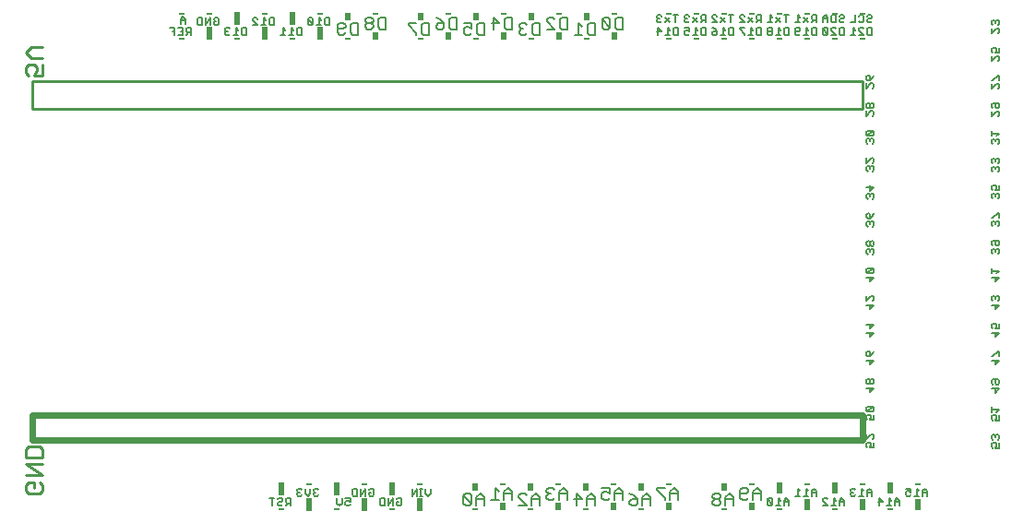
<source format=gbo>
G75*
G70*
%OFA0B0*%
%FSLAX24Y24*%
%IPPOS*%
%LPD*%
%AMOC8*
5,1,8,0,0,1.08239X$1,22.5*
%
%ADD10C,0.0100*%
%ADD11C,0.0220*%
%ADD12C,0.0240*%
%ADD13C,0.0110*%
%ADD14C,0.0070*%
%ADD15R,0.0200X0.0100*%
%ADD16R,0.0200X0.0300*%
%ADD17C,0.0050*%
%ADD18R,0.0200X0.0450*%
%ADD19R,0.0200X0.0400*%
D10*
X000702Y016554D02*
X000702Y017554D01*
X030702Y017554D01*
X030702Y016554D01*
X000702Y016554D01*
D11*
X000702Y005484D02*
X030702Y005484D01*
X030702Y004584D02*
X000702Y004584D01*
D12*
X000702Y004654D02*
X000702Y005454D01*
X030702Y005454D02*
X030702Y004654D01*
D13*
X000555Y002676D02*
X000457Y002774D01*
X000457Y002971D01*
X000555Y003069D01*
X000752Y003069D01*
X000752Y002873D01*
X000949Y003069D02*
X001047Y002971D01*
X001047Y002774D01*
X000949Y002676D01*
X000555Y002676D01*
X000457Y003320D02*
X001047Y003320D01*
X000457Y003714D01*
X001047Y003714D01*
X001047Y003965D02*
X000457Y003965D01*
X000457Y004260D01*
X000555Y004358D01*
X000949Y004358D01*
X001047Y004260D01*
X001047Y003965D01*
X001047Y017750D02*
X000752Y017750D01*
X000850Y017947D01*
X000850Y018045D01*
X000752Y018144D01*
X000555Y018144D01*
X000457Y018045D01*
X000457Y017849D01*
X000555Y017750D01*
X001047Y017750D02*
X001047Y018144D01*
X001047Y018395D02*
X000653Y018395D01*
X000457Y018592D01*
X000653Y018788D01*
X001047Y018788D01*
D14*
X011719Y019311D02*
X011719Y019598D01*
X011791Y019670D01*
X011935Y019670D01*
X012006Y019598D01*
X012006Y019526D01*
X011935Y019454D01*
X011719Y019454D01*
X011719Y019311D02*
X011791Y019239D01*
X011935Y019239D01*
X012006Y019311D01*
X012180Y019311D02*
X012180Y019598D01*
X012251Y019670D01*
X012467Y019670D01*
X012467Y019239D01*
X012251Y019239D01*
X012180Y019311D01*
X012719Y019511D02*
X012791Y019439D01*
X012935Y019439D01*
X013006Y019511D01*
X013006Y019583D01*
X012935Y019654D01*
X012791Y019654D01*
X012719Y019583D01*
X012719Y019511D01*
X012791Y019654D02*
X012719Y019726D01*
X012719Y019798D01*
X012791Y019870D01*
X012935Y019870D01*
X013006Y019798D01*
X013006Y019726D01*
X012935Y019654D01*
X013180Y019511D02*
X013180Y019798D01*
X013251Y019870D01*
X013467Y019870D01*
X013467Y019439D01*
X013251Y019439D01*
X013180Y019511D01*
X014279Y019588D02*
X014566Y019301D01*
X014566Y019229D01*
X014740Y019301D02*
X014740Y019588D01*
X014811Y019660D01*
X015027Y019660D01*
X015027Y019229D01*
X014811Y019229D01*
X014740Y019301D01*
X014566Y019660D02*
X014279Y019660D01*
X014279Y019588D01*
X015279Y019573D02*
X015351Y019644D01*
X015566Y019644D01*
X015566Y019501D01*
X015495Y019429D01*
X015351Y019429D01*
X015279Y019501D01*
X015279Y019573D01*
X015423Y019788D02*
X015566Y019644D01*
X015423Y019788D02*
X015279Y019860D01*
X015740Y019788D02*
X015740Y019501D01*
X015811Y019429D01*
X016027Y019429D01*
X016027Y019860D01*
X015811Y019860D01*
X015740Y019788D01*
X016279Y019660D02*
X016566Y019660D01*
X016566Y019444D01*
X016423Y019516D01*
X016351Y019516D01*
X016279Y019444D01*
X016279Y019301D01*
X016351Y019229D01*
X016495Y019229D01*
X016566Y019301D01*
X016740Y019301D02*
X016811Y019229D01*
X017027Y019229D01*
X017027Y019660D01*
X016811Y019660D01*
X016740Y019588D01*
X016740Y019301D01*
X017279Y019644D02*
X017566Y019644D01*
X017351Y019860D01*
X017351Y019429D01*
X017740Y019501D02*
X017740Y019788D01*
X017811Y019860D01*
X018027Y019860D01*
X018027Y019429D01*
X017811Y019429D01*
X017740Y019501D01*
X018279Y019516D02*
X018351Y019444D01*
X018279Y019373D01*
X018279Y019301D01*
X018351Y019229D01*
X018495Y019229D01*
X018566Y019301D01*
X018740Y019301D02*
X018740Y019588D01*
X018811Y019660D01*
X019027Y019660D01*
X019027Y019229D01*
X018811Y019229D01*
X018740Y019301D01*
X018566Y019588D02*
X018495Y019660D01*
X018351Y019660D01*
X018279Y019588D01*
X018279Y019516D01*
X018351Y019444D02*
X018423Y019444D01*
X019279Y019429D02*
X019566Y019429D01*
X019279Y019716D01*
X019279Y019788D01*
X019351Y019860D01*
X019495Y019860D01*
X019566Y019788D01*
X019740Y019788D02*
X019811Y019860D01*
X020027Y019860D01*
X020027Y019429D01*
X019811Y019429D01*
X019740Y019501D01*
X019740Y019788D01*
X020423Y019660D02*
X020423Y019229D01*
X020566Y019229D02*
X020279Y019229D01*
X020566Y019516D02*
X020423Y019660D01*
X020740Y019588D02*
X020740Y019301D01*
X020811Y019229D01*
X021027Y019229D01*
X021027Y019660D01*
X020811Y019660D01*
X020740Y019588D01*
X021279Y019501D02*
X021351Y019429D01*
X021495Y019429D01*
X021566Y019501D01*
X021279Y019788D01*
X021279Y019501D01*
X021279Y019788D02*
X021351Y019860D01*
X021495Y019860D01*
X021566Y019788D01*
X021566Y019501D01*
X021740Y019501D02*
X021740Y019788D01*
X021811Y019860D01*
X022027Y019860D01*
X022027Y019429D01*
X021811Y019429D01*
X021740Y019501D01*
X021873Y002860D02*
X021730Y002716D01*
X021730Y002429D01*
X021556Y002501D02*
X021485Y002429D01*
X021341Y002429D01*
X021269Y002501D01*
X021269Y002644D01*
X021341Y002716D01*
X021413Y002716D01*
X021556Y002644D01*
X021556Y002860D01*
X021269Y002860D01*
X021017Y002516D02*
X020873Y002660D01*
X020730Y002516D01*
X020730Y002229D01*
X020730Y002444D02*
X021017Y002444D01*
X021017Y002516D02*
X021017Y002229D01*
X020556Y002444D02*
X020269Y002444D01*
X020341Y002229D02*
X020341Y002660D01*
X020556Y002444D01*
X020017Y002429D02*
X020017Y002716D01*
X019873Y002860D01*
X019730Y002716D01*
X019730Y002429D01*
X019556Y002501D02*
X019485Y002429D01*
X019341Y002429D01*
X019269Y002501D01*
X019269Y002573D01*
X019341Y002644D01*
X019413Y002644D01*
X019341Y002644D02*
X019269Y002716D01*
X019269Y002788D01*
X019341Y002860D01*
X019485Y002860D01*
X019556Y002788D01*
X019730Y002644D02*
X020017Y002644D01*
X019017Y002516D02*
X019017Y002229D01*
X019017Y002444D02*
X018730Y002444D01*
X018730Y002516D02*
X018730Y002229D01*
X018556Y002229D02*
X018269Y002516D01*
X018269Y002588D01*
X018341Y002660D01*
X018485Y002660D01*
X018556Y002588D01*
X018730Y002516D02*
X018873Y002660D01*
X019017Y002516D01*
X018556Y002229D02*
X018269Y002229D01*
X018017Y002429D02*
X018017Y002716D01*
X017873Y002860D01*
X017730Y002716D01*
X017730Y002429D01*
X017556Y002429D02*
X017269Y002429D01*
X017413Y002429D02*
X017413Y002860D01*
X017556Y002716D01*
X017730Y002644D02*
X018017Y002644D01*
X017017Y002516D02*
X017017Y002229D01*
X017017Y002444D02*
X016730Y002444D01*
X016730Y002516D02*
X016730Y002229D01*
X016556Y002301D02*
X016269Y002588D01*
X016269Y002301D01*
X016341Y002229D01*
X016485Y002229D01*
X016556Y002301D01*
X016556Y002588D01*
X016485Y002660D01*
X016341Y002660D01*
X016269Y002588D01*
X016730Y002516D02*
X016873Y002660D01*
X017017Y002516D01*
X021730Y002644D02*
X022017Y002644D01*
X022017Y002716D02*
X022017Y002429D01*
X022269Y002373D02*
X022341Y002444D01*
X022556Y002444D01*
X022556Y002301D01*
X022485Y002229D01*
X022341Y002229D01*
X022269Y002301D01*
X022269Y002373D01*
X022413Y002588D02*
X022556Y002444D01*
X022730Y002444D02*
X023017Y002444D01*
X023017Y002516D02*
X022873Y002660D01*
X022730Y002516D01*
X022730Y002229D01*
X023017Y002229D02*
X023017Y002516D01*
X023269Y002788D02*
X023556Y002501D01*
X023556Y002429D01*
X023730Y002429D02*
X023730Y002716D01*
X023873Y002860D01*
X024017Y002716D01*
X024017Y002429D01*
X024017Y002644D02*
X023730Y002644D01*
X023556Y002860D02*
X023269Y002860D01*
X023269Y002788D01*
X022413Y002588D02*
X022269Y002660D01*
X022017Y002716D02*
X021873Y002860D01*
X025269Y002588D02*
X025269Y002516D01*
X025341Y002444D01*
X025485Y002444D01*
X025556Y002516D01*
X025556Y002588D01*
X025485Y002660D01*
X025341Y002660D01*
X025269Y002588D01*
X025341Y002444D02*
X025269Y002373D01*
X025269Y002301D01*
X025341Y002229D01*
X025485Y002229D01*
X025556Y002301D01*
X025556Y002373D01*
X025485Y002444D01*
X025730Y002444D02*
X026017Y002444D01*
X026017Y002516D02*
X025873Y002660D01*
X025730Y002516D01*
X025730Y002229D01*
X026017Y002229D02*
X026017Y002516D01*
X026269Y002501D02*
X026341Y002429D01*
X026485Y002429D01*
X026556Y002501D01*
X026485Y002644D02*
X026269Y002644D01*
X026269Y002501D02*
X026269Y002788D01*
X026341Y002860D01*
X026485Y002860D01*
X026556Y002788D01*
X026556Y002716D01*
X026485Y002644D01*
X026730Y002644D02*
X027017Y002644D01*
X027017Y002716D02*
X026873Y002860D01*
X026730Y002716D01*
X026730Y002429D01*
X027017Y002429D02*
X027017Y002716D01*
D15*
X026702Y002994D03*
X027702Y002094D03*
X028702Y002994D03*
X029702Y002094D03*
X030702Y002994D03*
X031702Y002094D03*
X032702Y002994D03*
X025702Y002094D03*
X023702Y002994D03*
X022702Y002094D03*
X021702Y002994D03*
X020702Y002094D03*
X019702Y002994D03*
X018702Y002094D03*
X017702Y002994D03*
X016702Y002094D03*
X014702Y002994D03*
X013702Y002094D03*
X012702Y002994D03*
X011702Y002094D03*
X010702Y002994D03*
X009702Y002094D03*
X010102Y019104D03*
X011102Y020004D03*
X012102Y019104D03*
X013102Y020004D03*
X014712Y019094D03*
X015712Y019994D03*
X016712Y019094D03*
X017712Y019994D03*
X018712Y019094D03*
X019712Y019994D03*
X020712Y019094D03*
X021712Y019994D03*
X023702Y020004D03*
X024702Y020004D03*
X025702Y020004D03*
X026702Y020004D03*
X027702Y020004D03*
X028702Y020004D03*
X029702Y020004D03*
X030702Y020004D03*
X030702Y019104D03*
X029702Y019104D03*
X028702Y019104D03*
X027702Y019104D03*
X026702Y019104D03*
X025702Y019104D03*
X024702Y019104D03*
X023702Y019104D03*
X009102Y020004D03*
X008102Y019104D03*
X007102Y020004D03*
X006102Y020004D03*
X006102Y019104D03*
D16*
X012102Y019904D03*
X013102Y019204D03*
X014712Y019894D03*
X015712Y019194D03*
X016712Y019894D03*
X017712Y019194D03*
X018712Y019894D03*
X019712Y019194D03*
X020712Y019894D03*
X021712Y019194D03*
X022702Y002894D03*
X023702Y002194D03*
X025702Y002894D03*
X026702Y002194D03*
X021702Y002194D03*
X020702Y002894D03*
X019702Y002194D03*
X018702Y002894D03*
X017702Y002194D03*
X016702Y002894D03*
D17*
X015077Y002840D02*
X015077Y002659D01*
X014987Y002569D01*
X014896Y002659D01*
X014896Y002840D01*
X014782Y002840D02*
X014692Y002840D01*
X014737Y002840D02*
X014737Y002569D01*
X014782Y002569D02*
X014692Y002569D01*
X014586Y002569D02*
X014586Y002840D01*
X014405Y002569D01*
X014405Y002840D01*
X014027Y002444D02*
X014027Y002264D01*
X013982Y002219D01*
X013891Y002219D01*
X013846Y002264D01*
X013846Y002354D01*
X013937Y002354D01*
X014027Y002444D02*
X013982Y002490D01*
X013891Y002490D01*
X013846Y002444D01*
X013732Y002490D02*
X013552Y002219D01*
X013552Y002490D01*
X013437Y002490D02*
X013302Y002490D01*
X013257Y002444D01*
X013257Y002264D01*
X013302Y002219D01*
X013437Y002219D01*
X013437Y002490D01*
X013732Y002490D02*
X013732Y002219D01*
X013027Y002614D02*
X013027Y002794D01*
X012982Y002840D01*
X012891Y002840D01*
X012846Y002794D01*
X012846Y002704D02*
X012937Y002704D01*
X012846Y002704D02*
X012846Y002614D01*
X012891Y002569D01*
X012982Y002569D01*
X013027Y002614D01*
X012732Y002569D02*
X012732Y002840D01*
X012552Y002569D01*
X012552Y002840D01*
X012437Y002840D02*
X012437Y002569D01*
X012302Y002569D01*
X012257Y002614D01*
X012257Y002794D01*
X012302Y002840D01*
X012437Y002840D01*
X012177Y002490D02*
X011996Y002490D01*
X012041Y002399D02*
X011996Y002354D01*
X011996Y002264D01*
X012041Y002219D01*
X012132Y002219D01*
X012177Y002264D01*
X012177Y002354D02*
X012087Y002399D01*
X012041Y002399D01*
X012177Y002354D02*
X012177Y002490D01*
X011882Y002490D02*
X011882Y002309D01*
X011792Y002219D01*
X011702Y002309D01*
X011702Y002490D01*
X011027Y002614D02*
X010982Y002569D01*
X010891Y002569D01*
X010846Y002614D01*
X010846Y002659D01*
X010891Y002704D01*
X010937Y002704D01*
X010891Y002704D02*
X010846Y002749D01*
X010846Y002794D01*
X010891Y002840D01*
X010982Y002840D01*
X011027Y002794D01*
X010732Y002840D02*
X010732Y002659D01*
X010642Y002569D01*
X010552Y002659D01*
X010552Y002840D01*
X010437Y002794D02*
X010392Y002840D01*
X010302Y002840D01*
X010257Y002794D01*
X010257Y002749D01*
X010302Y002704D01*
X010257Y002659D01*
X010257Y002614D01*
X010302Y002569D01*
X010392Y002569D01*
X010437Y002614D01*
X010347Y002704D02*
X010302Y002704D01*
X010027Y002490D02*
X009891Y002490D01*
X009846Y002444D01*
X009846Y002354D01*
X009891Y002309D01*
X010027Y002309D01*
X010027Y002219D02*
X010027Y002490D01*
X009937Y002309D02*
X009846Y002219D01*
X009732Y002264D02*
X009687Y002219D01*
X009597Y002219D01*
X009552Y002264D01*
X009552Y002309D01*
X009597Y002354D01*
X009687Y002354D01*
X009732Y002399D01*
X009732Y002444D01*
X009687Y002490D01*
X009597Y002490D01*
X009552Y002444D01*
X009437Y002490D02*
X009257Y002490D01*
X009347Y002490D02*
X009347Y002219D01*
X027257Y002264D02*
X027302Y002219D01*
X027392Y002219D01*
X027437Y002264D01*
X027257Y002444D01*
X027257Y002264D01*
X027437Y002264D02*
X027437Y002444D01*
X027392Y002490D01*
X027302Y002490D01*
X027257Y002444D01*
X027552Y002219D02*
X027732Y002219D01*
X027642Y002219D02*
X027642Y002490D01*
X027732Y002399D01*
X027846Y002399D02*
X027846Y002219D01*
X027846Y002354D02*
X028027Y002354D01*
X028027Y002399D02*
X027937Y002490D01*
X027846Y002399D01*
X028027Y002399D02*
X028027Y002219D01*
X028257Y002569D02*
X028437Y002569D01*
X028347Y002569D02*
X028347Y002840D01*
X028437Y002749D01*
X028552Y002569D02*
X028732Y002569D01*
X028642Y002569D02*
X028642Y002840D01*
X028732Y002749D01*
X028846Y002749D02*
X028846Y002569D01*
X028846Y002704D02*
X029027Y002704D01*
X029027Y002749D02*
X028937Y002840D01*
X028846Y002749D01*
X029027Y002749D02*
X029027Y002569D01*
X029257Y002444D02*
X029257Y002399D01*
X029437Y002219D01*
X029257Y002219D01*
X029257Y002444D02*
X029302Y002490D01*
X029392Y002490D01*
X029437Y002444D01*
X029642Y002490D02*
X029642Y002219D01*
X029732Y002219D02*
X029552Y002219D01*
X029732Y002399D02*
X029642Y002490D01*
X029846Y002399D02*
X029846Y002219D01*
X029846Y002354D02*
X030027Y002354D01*
X030027Y002399D02*
X029937Y002490D01*
X029846Y002399D01*
X030027Y002399D02*
X030027Y002219D01*
X030302Y002569D02*
X030392Y002569D01*
X030437Y002614D01*
X030552Y002569D02*
X030732Y002569D01*
X030642Y002569D02*
X030642Y002840D01*
X030732Y002749D01*
X030846Y002749D02*
X030846Y002569D01*
X030846Y002704D02*
X031027Y002704D01*
X031027Y002749D02*
X030937Y002840D01*
X030846Y002749D01*
X031027Y002749D02*
X031027Y002569D01*
X031302Y002490D02*
X031437Y002354D01*
X031257Y002354D01*
X031302Y002219D02*
X031302Y002490D01*
X031642Y002490D02*
X031642Y002219D01*
X031732Y002219D02*
X031552Y002219D01*
X031732Y002399D02*
X031642Y002490D01*
X031846Y002399D02*
X031846Y002219D01*
X031846Y002354D02*
X032027Y002354D01*
X032027Y002399D02*
X031937Y002490D01*
X031846Y002399D01*
X032027Y002399D02*
X032027Y002219D01*
X032302Y002569D02*
X032392Y002569D01*
X032437Y002614D01*
X032437Y002704D02*
X032347Y002749D01*
X032302Y002749D01*
X032257Y002704D01*
X032257Y002614D01*
X032302Y002569D01*
X032437Y002704D02*
X032437Y002840D01*
X032257Y002840D01*
X032642Y002840D02*
X032642Y002569D01*
X032732Y002569D02*
X032552Y002569D01*
X032732Y002749D02*
X032642Y002840D01*
X032846Y002749D02*
X032846Y002569D01*
X032846Y002704D02*
X033027Y002704D01*
X033027Y002749D02*
X032937Y002840D01*
X032846Y002749D01*
X033027Y002749D02*
X033027Y002569D01*
X030437Y002794D02*
X030392Y002840D01*
X030302Y002840D01*
X030257Y002794D01*
X030257Y002749D01*
X030302Y002704D01*
X030257Y002659D01*
X030257Y002614D01*
X030302Y002569D01*
X030302Y002704D02*
X030347Y002704D01*
X030862Y004330D02*
X030817Y004375D01*
X030817Y004465D01*
X030862Y004510D01*
X030952Y004510D01*
X030997Y004465D01*
X030997Y004420D01*
X030952Y004330D01*
X031087Y004330D01*
X031087Y004510D01*
X031042Y004625D02*
X031087Y004670D01*
X031087Y004760D01*
X031042Y004805D01*
X030997Y004805D01*
X030817Y004625D01*
X030817Y004805D01*
X030862Y005330D02*
X030817Y005375D01*
X030817Y005465D01*
X030862Y005510D01*
X030952Y005510D01*
X030997Y005465D01*
X030997Y005420D01*
X030952Y005330D01*
X031087Y005330D01*
X031087Y005510D01*
X031042Y005625D02*
X030862Y005625D01*
X031042Y005805D01*
X030862Y005805D01*
X030817Y005760D01*
X030817Y005670D01*
X030862Y005625D01*
X031042Y005625D02*
X031087Y005670D01*
X031087Y005760D01*
X031042Y005805D01*
X030952Y006330D02*
X030952Y006510D01*
X030997Y006625D02*
X030952Y006670D01*
X030952Y006760D01*
X030907Y006805D01*
X030862Y006805D01*
X030817Y006760D01*
X030817Y006670D01*
X030862Y006625D01*
X030907Y006625D01*
X030952Y006670D01*
X030997Y006625D02*
X031042Y006625D01*
X031087Y006670D01*
X031087Y006760D01*
X031042Y006805D01*
X030997Y006805D01*
X030952Y006760D01*
X030817Y006465D02*
X031087Y006465D01*
X030952Y006330D01*
X030952Y007330D02*
X030952Y007510D01*
X030952Y007625D02*
X030952Y007760D01*
X030907Y007805D01*
X030862Y007805D01*
X030817Y007760D01*
X030817Y007670D01*
X030862Y007625D01*
X030952Y007625D01*
X031042Y007715D01*
X031087Y007805D01*
X031087Y007465D02*
X030952Y007330D01*
X030817Y007465D02*
X031087Y007465D01*
X030952Y008330D02*
X030952Y008510D01*
X030952Y008625D02*
X030952Y008805D01*
X031087Y008760D02*
X030952Y008625D01*
X030817Y008760D02*
X031087Y008760D01*
X031087Y008465D02*
X030817Y008465D01*
X030952Y008330D02*
X031087Y008465D01*
X030952Y009330D02*
X030952Y009510D01*
X031087Y009465D02*
X030952Y009330D01*
X030817Y009465D02*
X031087Y009465D01*
X031042Y009625D02*
X031087Y009670D01*
X031087Y009760D01*
X031042Y009805D01*
X030997Y009805D01*
X030817Y009625D01*
X030817Y009805D01*
X030952Y010330D02*
X030952Y010510D01*
X030817Y010465D02*
X031087Y010465D01*
X030952Y010330D01*
X030862Y010625D02*
X031042Y010625D01*
X031087Y010670D01*
X031087Y010760D01*
X031042Y010805D01*
X030862Y010625D01*
X030817Y010670D01*
X030817Y010760D01*
X030862Y010805D01*
X031042Y010805D01*
X031052Y011310D02*
X031097Y011355D01*
X031097Y011445D01*
X031052Y011490D01*
X031007Y011490D01*
X030962Y011445D01*
X030917Y011490D01*
X030872Y011490D01*
X030827Y011445D01*
X030827Y011355D01*
X030872Y011310D01*
X030962Y011400D02*
X030962Y011445D01*
X031007Y011605D02*
X030962Y011650D01*
X030962Y011740D01*
X030917Y011785D01*
X030872Y011785D01*
X030827Y011740D01*
X030827Y011650D01*
X030872Y011605D01*
X030917Y011605D01*
X030962Y011650D01*
X031007Y011605D02*
X031052Y011605D01*
X031097Y011650D01*
X031097Y011740D01*
X031052Y011785D01*
X031007Y011785D01*
X030962Y011740D01*
X031052Y012310D02*
X031097Y012355D01*
X031097Y012445D01*
X031052Y012490D01*
X031007Y012490D01*
X030962Y012445D01*
X030917Y012490D01*
X030872Y012490D01*
X030827Y012445D01*
X030827Y012355D01*
X030872Y012310D01*
X030962Y012400D02*
X030962Y012445D01*
X030962Y012605D02*
X030962Y012740D01*
X030917Y012785D01*
X030872Y012785D01*
X030827Y012740D01*
X030827Y012650D01*
X030872Y012605D01*
X030962Y012605D01*
X031052Y012695D01*
X031097Y012785D01*
X031052Y013310D02*
X031097Y013355D01*
X031097Y013445D01*
X031052Y013490D01*
X031007Y013490D01*
X030962Y013445D01*
X030917Y013490D01*
X030872Y013490D01*
X030827Y013445D01*
X030827Y013355D01*
X030872Y013310D01*
X030962Y013400D02*
X030962Y013445D01*
X030962Y013605D02*
X030962Y013785D01*
X030827Y013740D02*
X031097Y013740D01*
X030962Y013605D01*
X031052Y014310D02*
X031097Y014355D01*
X031097Y014445D01*
X031052Y014490D01*
X031007Y014490D01*
X030962Y014445D01*
X030917Y014490D01*
X030872Y014490D01*
X030827Y014445D01*
X030827Y014355D01*
X030872Y014310D01*
X030962Y014400D02*
X030962Y014445D01*
X031052Y014605D02*
X031097Y014650D01*
X031097Y014740D01*
X031052Y014785D01*
X031007Y014785D01*
X030827Y014605D01*
X030827Y014785D01*
X030862Y015300D02*
X030817Y015345D01*
X030817Y015435D01*
X030862Y015480D01*
X030907Y015480D01*
X030952Y015435D01*
X030952Y015390D01*
X030952Y015435D02*
X030997Y015480D01*
X031042Y015480D01*
X031087Y015435D01*
X031087Y015345D01*
X031042Y015300D01*
X031042Y015595D02*
X030862Y015595D01*
X031042Y015775D01*
X030862Y015775D01*
X030817Y015730D01*
X030817Y015640D01*
X030862Y015595D01*
X031042Y015595D02*
X031087Y015640D01*
X031087Y015730D01*
X031042Y015775D01*
X031042Y016300D02*
X031087Y016345D01*
X031087Y016435D01*
X031042Y016480D01*
X030997Y016480D01*
X030817Y016300D01*
X030817Y016480D01*
X030862Y016595D02*
X030907Y016595D01*
X030952Y016640D01*
X030952Y016730D01*
X030907Y016775D01*
X030862Y016775D01*
X030817Y016730D01*
X030817Y016640D01*
X030862Y016595D01*
X030952Y016640D02*
X030997Y016595D01*
X031042Y016595D01*
X031087Y016640D01*
X031087Y016730D01*
X031042Y016775D01*
X030997Y016775D01*
X030952Y016730D01*
X031042Y017300D02*
X031087Y017345D01*
X031087Y017435D01*
X031042Y017480D01*
X030997Y017480D01*
X030817Y017300D01*
X030817Y017480D01*
X030862Y017595D02*
X030817Y017640D01*
X030817Y017730D01*
X030862Y017775D01*
X030907Y017775D01*
X030952Y017730D01*
X030952Y017595D01*
X030862Y017595D01*
X030952Y017595D02*
X031042Y017685D01*
X031087Y017775D01*
X031027Y019229D02*
X030891Y019229D01*
X030846Y019274D01*
X030846Y019454D01*
X030891Y019500D01*
X031027Y019500D01*
X031027Y019229D01*
X030732Y019229D02*
X030552Y019409D01*
X030552Y019454D01*
X030597Y019500D01*
X030687Y019500D01*
X030732Y019454D01*
X030732Y019229D02*
X030552Y019229D01*
X030437Y019229D02*
X030257Y019229D01*
X030347Y019229D02*
X030347Y019500D01*
X030437Y019409D01*
X030027Y019500D02*
X030027Y019229D01*
X029891Y019229D01*
X029846Y019274D01*
X029846Y019454D01*
X029891Y019500D01*
X030027Y019500D01*
X029982Y019679D02*
X030027Y019724D01*
X029982Y019679D02*
X029891Y019679D01*
X029846Y019724D01*
X029846Y019769D01*
X029891Y019814D01*
X029982Y019814D01*
X030027Y019859D01*
X030027Y019904D01*
X029982Y019950D01*
X029891Y019950D01*
X029846Y019904D01*
X029732Y019950D02*
X029597Y019950D01*
X029552Y019904D01*
X029552Y019724D01*
X029597Y019679D01*
X029732Y019679D01*
X029732Y019950D01*
X029437Y019859D02*
X029347Y019950D01*
X029257Y019859D01*
X029257Y019679D01*
X029257Y019814D02*
X029437Y019814D01*
X029437Y019859D02*
X029437Y019679D01*
X029392Y019500D02*
X029302Y019500D01*
X029257Y019454D01*
X029437Y019274D01*
X029392Y019229D01*
X029302Y019229D01*
X029257Y019274D01*
X029257Y019454D01*
X029392Y019500D02*
X029437Y019454D01*
X029437Y019274D01*
X029552Y019229D02*
X029732Y019229D01*
X029552Y019409D01*
X029552Y019454D01*
X029597Y019500D01*
X029687Y019500D01*
X029732Y019454D01*
X030257Y019679D02*
X030437Y019679D01*
X030437Y019950D01*
X030552Y019904D02*
X030597Y019950D01*
X030687Y019950D01*
X030732Y019904D01*
X030732Y019724D01*
X030687Y019679D01*
X030597Y019679D01*
X030552Y019724D01*
X030846Y019724D02*
X030891Y019679D01*
X030982Y019679D01*
X031027Y019724D01*
X030982Y019814D02*
X031027Y019859D01*
X031027Y019904D01*
X030982Y019950D01*
X030891Y019950D01*
X030846Y019904D01*
X030891Y019814D02*
X030846Y019769D01*
X030846Y019724D01*
X030891Y019814D02*
X030982Y019814D01*
X029027Y019769D02*
X028891Y019769D01*
X028846Y019814D01*
X028846Y019904D01*
X028891Y019950D01*
X029027Y019950D01*
X029027Y019679D01*
X028937Y019769D02*
X028846Y019679D01*
X028732Y019679D02*
X028552Y019859D01*
X028437Y019859D02*
X028347Y019950D01*
X028347Y019679D01*
X028437Y019679D02*
X028257Y019679D01*
X028302Y019500D02*
X028392Y019500D01*
X028437Y019454D01*
X028437Y019409D01*
X028392Y019364D01*
X028257Y019364D01*
X028257Y019274D02*
X028257Y019454D01*
X028302Y019500D01*
X028257Y019274D02*
X028302Y019229D01*
X028392Y019229D01*
X028437Y019274D01*
X028552Y019229D02*
X028732Y019229D01*
X028642Y019229D02*
X028642Y019500D01*
X028732Y019409D01*
X028846Y019454D02*
X028891Y019500D01*
X029027Y019500D01*
X029027Y019229D01*
X028891Y019229D01*
X028846Y019274D01*
X028846Y019454D01*
X028552Y019679D02*
X028732Y019859D01*
X028027Y019950D02*
X027846Y019950D01*
X027937Y019950D02*
X027937Y019679D01*
X027891Y019500D02*
X028027Y019500D01*
X028027Y019229D01*
X027891Y019229D01*
X027846Y019274D01*
X027846Y019454D01*
X027891Y019500D01*
X027732Y019409D02*
X027642Y019500D01*
X027642Y019229D01*
X027732Y019229D02*
X027552Y019229D01*
X027437Y019274D02*
X027392Y019229D01*
X027302Y019229D01*
X027257Y019274D01*
X027257Y019319D01*
X027302Y019364D01*
X027392Y019364D01*
X027437Y019409D01*
X027437Y019454D01*
X027392Y019500D01*
X027302Y019500D01*
X027257Y019454D01*
X027257Y019409D01*
X027302Y019364D01*
X027392Y019364D02*
X027437Y019319D01*
X027437Y019274D01*
X027027Y019229D02*
X026891Y019229D01*
X026846Y019274D01*
X026846Y019454D01*
X026891Y019500D01*
X027027Y019500D01*
X027027Y019229D01*
X026732Y019229D02*
X026552Y019229D01*
X026642Y019229D02*
X026642Y019500D01*
X026732Y019409D01*
X026437Y019500D02*
X026257Y019500D01*
X026257Y019454D01*
X026437Y019274D01*
X026437Y019229D01*
X026027Y019229D02*
X025891Y019229D01*
X025846Y019274D01*
X025846Y019454D01*
X025891Y019500D01*
X026027Y019500D01*
X026027Y019229D01*
X025732Y019229D02*
X025552Y019229D01*
X025642Y019229D02*
X025642Y019500D01*
X025732Y019409D01*
X025437Y019364D02*
X025302Y019364D01*
X025257Y019319D01*
X025257Y019274D01*
X025302Y019229D01*
X025392Y019229D01*
X025437Y019274D01*
X025437Y019364D01*
X025347Y019454D01*
X025257Y019500D01*
X025257Y019679D02*
X025437Y019679D01*
X025257Y019859D01*
X025257Y019904D01*
X025302Y019950D01*
X025392Y019950D01*
X025437Y019904D01*
X025552Y019859D02*
X025732Y019679D01*
X025732Y019859D02*
X025552Y019679D01*
X025937Y019679D02*
X025937Y019950D01*
X026027Y019950D02*
X025846Y019950D01*
X026257Y019904D02*
X026257Y019859D01*
X026437Y019679D01*
X026257Y019679D01*
X026257Y019904D02*
X026302Y019950D01*
X026392Y019950D01*
X026437Y019904D01*
X026552Y019859D02*
X026732Y019679D01*
X026846Y019679D02*
X026937Y019769D01*
X026891Y019769D02*
X027027Y019769D01*
X027027Y019679D02*
X027027Y019950D01*
X026891Y019950D01*
X026846Y019904D01*
X026846Y019814D01*
X026891Y019769D01*
X026732Y019859D02*
X026552Y019679D01*
X027257Y019679D02*
X027437Y019679D01*
X027347Y019679D02*
X027347Y019950D01*
X027437Y019859D01*
X027552Y019859D02*
X027732Y019679D01*
X027732Y019859D02*
X027552Y019679D01*
X025027Y019679D02*
X025027Y019950D01*
X024891Y019950D01*
X024846Y019904D01*
X024846Y019814D01*
X024891Y019769D01*
X025027Y019769D01*
X024937Y019769D02*
X024846Y019679D01*
X024732Y019679D02*
X024552Y019859D01*
X024437Y019904D02*
X024392Y019950D01*
X024302Y019950D01*
X024257Y019904D01*
X024257Y019859D01*
X024302Y019814D01*
X024257Y019769D01*
X024257Y019724D01*
X024302Y019679D01*
X024392Y019679D01*
X024437Y019724D01*
X024552Y019679D02*
X024732Y019859D01*
X024642Y019500D02*
X024642Y019229D01*
X024732Y019229D02*
X024552Y019229D01*
X024437Y019274D02*
X024392Y019229D01*
X024302Y019229D01*
X024257Y019274D01*
X024257Y019364D01*
X024302Y019409D01*
X024347Y019409D01*
X024437Y019364D01*
X024437Y019500D01*
X024257Y019500D01*
X024027Y019500D02*
X023891Y019500D01*
X023846Y019454D01*
X023846Y019274D01*
X023891Y019229D01*
X024027Y019229D01*
X024027Y019500D01*
X023937Y019679D02*
X023937Y019950D01*
X024027Y019950D02*
X023846Y019950D01*
X023732Y019859D02*
X023552Y019679D01*
X023437Y019724D02*
X023392Y019679D01*
X023302Y019679D01*
X023257Y019724D01*
X023257Y019769D01*
X023302Y019814D01*
X023347Y019814D01*
X023302Y019814D02*
X023257Y019859D01*
X023257Y019904D01*
X023302Y019950D01*
X023392Y019950D01*
X023437Y019904D01*
X023552Y019859D02*
X023732Y019679D01*
X023642Y019500D02*
X023642Y019229D01*
X023732Y019229D02*
X023552Y019229D01*
X023437Y019364D02*
X023257Y019364D01*
X023302Y019229D02*
X023302Y019500D01*
X023437Y019364D01*
X023642Y019500D02*
X023732Y019409D01*
X024302Y019814D02*
X024347Y019814D01*
X024642Y019500D02*
X024732Y019409D01*
X024846Y019454D02*
X024891Y019500D01*
X025027Y019500D01*
X025027Y019229D01*
X024891Y019229D01*
X024846Y019274D01*
X024846Y019454D01*
X035347Y019470D02*
X035347Y019290D01*
X035527Y019470D01*
X035572Y019470D01*
X035617Y019425D01*
X035617Y019335D01*
X035572Y019290D01*
X035572Y019585D02*
X035617Y019630D01*
X035617Y019720D01*
X035572Y019765D01*
X035527Y019765D01*
X035482Y019720D01*
X035437Y019765D01*
X035392Y019765D01*
X035347Y019720D01*
X035347Y019630D01*
X035392Y019585D01*
X035482Y019675D02*
X035482Y019720D01*
X035482Y018765D02*
X035392Y018765D01*
X035347Y018720D01*
X035347Y018630D01*
X035392Y018585D01*
X035482Y018585D02*
X035527Y018675D01*
X035527Y018720D01*
X035482Y018765D01*
X035617Y018765D02*
X035617Y018585D01*
X035482Y018585D01*
X035527Y018470D02*
X035572Y018470D01*
X035617Y018425D01*
X035617Y018335D01*
X035572Y018290D01*
X035527Y018470D02*
X035347Y018290D01*
X035347Y018470D01*
X035572Y017765D02*
X035392Y017585D01*
X035347Y017585D01*
X035347Y017470D02*
X035347Y017290D01*
X035527Y017470D01*
X035572Y017470D01*
X035617Y017425D01*
X035617Y017335D01*
X035572Y017290D01*
X035617Y017585D02*
X035617Y017765D01*
X035572Y017765D01*
X035572Y016765D02*
X035392Y016765D01*
X035347Y016720D01*
X035347Y016630D01*
X035392Y016585D01*
X035482Y016630D02*
X035482Y016765D01*
X035572Y016765D02*
X035617Y016720D01*
X035617Y016630D01*
X035572Y016585D01*
X035527Y016585D01*
X035482Y016630D01*
X035527Y016470D02*
X035572Y016470D01*
X035617Y016425D01*
X035617Y016335D01*
X035572Y016290D01*
X035527Y016470D02*
X035347Y016290D01*
X035347Y016470D01*
X035347Y015765D02*
X035347Y015585D01*
X035347Y015675D02*
X035617Y015675D01*
X035527Y015585D01*
X035527Y015470D02*
X035482Y015425D01*
X035437Y015470D01*
X035392Y015470D01*
X035347Y015425D01*
X035347Y015335D01*
X035392Y015290D01*
X035482Y015380D02*
X035482Y015425D01*
X035527Y015470D02*
X035572Y015470D01*
X035617Y015425D01*
X035617Y015335D01*
X035572Y015290D01*
X035572Y014765D02*
X035527Y014765D01*
X035482Y014720D01*
X035437Y014765D01*
X035392Y014765D01*
X035347Y014720D01*
X035347Y014630D01*
X035392Y014585D01*
X035392Y014470D02*
X035347Y014425D01*
X035347Y014335D01*
X035392Y014290D01*
X035482Y014380D02*
X035482Y014425D01*
X035437Y014470D01*
X035392Y014470D01*
X035482Y014425D02*
X035527Y014470D01*
X035572Y014470D01*
X035617Y014425D01*
X035617Y014335D01*
X035572Y014290D01*
X035572Y014585D02*
X035617Y014630D01*
X035617Y014720D01*
X035572Y014765D01*
X035482Y014720D02*
X035482Y014675D01*
X035482Y013795D02*
X035392Y013795D01*
X035347Y013750D01*
X035347Y013660D01*
X035392Y013615D01*
X035482Y013615D02*
X035527Y013705D01*
X035527Y013750D01*
X035482Y013795D01*
X035617Y013795D02*
X035617Y013615D01*
X035482Y013615D01*
X035527Y013500D02*
X035482Y013455D01*
X035437Y013500D01*
X035392Y013500D01*
X035347Y013455D01*
X035347Y013365D01*
X035392Y013320D01*
X035482Y013410D02*
X035482Y013455D01*
X035527Y013500D02*
X035572Y013500D01*
X035617Y013455D01*
X035617Y013365D01*
X035572Y013320D01*
X035572Y012795D02*
X035392Y012615D01*
X035347Y012615D01*
X035392Y012500D02*
X035347Y012455D01*
X035347Y012365D01*
X035392Y012320D01*
X035482Y012410D02*
X035482Y012455D01*
X035437Y012500D01*
X035392Y012500D01*
X035482Y012455D02*
X035527Y012500D01*
X035572Y012500D01*
X035617Y012455D01*
X035617Y012365D01*
X035572Y012320D01*
X035617Y012615D02*
X035617Y012795D01*
X035572Y012795D01*
X035572Y011795D02*
X035392Y011795D01*
X035347Y011750D01*
X035347Y011660D01*
X035392Y011615D01*
X035482Y011660D02*
X035482Y011795D01*
X035572Y011795D02*
X035617Y011750D01*
X035617Y011660D01*
X035572Y011615D01*
X035527Y011615D01*
X035482Y011660D01*
X035527Y011500D02*
X035482Y011455D01*
X035437Y011500D01*
X035392Y011500D01*
X035347Y011455D01*
X035347Y011365D01*
X035392Y011320D01*
X035482Y011410D02*
X035482Y011455D01*
X035527Y011500D02*
X035572Y011500D01*
X035617Y011455D01*
X035617Y011365D01*
X035572Y011320D01*
X035347Y010795D02*
X035347Y010615D01*
X035347Y010705D02*
X035617Y010705D01*
X035527Y010615D01*
X035482Y010500D02*
X035482Y010320D01*
X035617Y010455D01*
X035347Y010455D01*
X035392Y009795D02*
X035347Y009750D01*
X035347Y009660D01*
X035392Y009615D01*
X035482Y009705D02*
X035482Y009750D01*
X035437Y009795D01*
X035392Y009795D01*
X035482Y009750D02*
X035527Y009795D01*
X035572Y009795D01*
X035617Y009750D01*
X035617Y009660D01*
X035572Y009615D01*
X035482Y009500D02*
X035482Y009320D01*
X035617Y009455D01*
X035347Y009455D01*
X035392Y008795D02*
X035347Y008750D01*
X035347Y008660D01*
X035392Y008615D01*
X035482Y008615D02*
X035527Y008705D01*
X035527Y008750D01*
X035482Y008795D01*
X035392Y008795D01*
X035482Y008615D02*
X035617Y008615D01*
X035617Y008795D01*
X035482Y008500D02*
X035482Y008320D01*
X035617Y008455D01*
X035347Y008455D01*
X035572Y007795D02*
X035392Y007615D01*
X035347Y007615D01*
X035347Y007455D02*
X035617Y007455D01*
X035482Y007320D01*
X035482Y007500D01*
X035617Y007615D02*
X035617Y007795D01*
X035572Y007795D01*
X035572Y006785D02*
X035392Y006785D01*
X035347Y006740D01*
X035347Y006650D01*
X035392Y006605D01*
X035482Y006650D02*
X035482Y006785D01*
X035572Y006785D02*
X035617Y006740D01*
X035617Y006650D01*
X035572Y006605D01*
X035527Y006605D01*
X035482Y006650D01*
X035482Y006490D02*
X035482Y006310D01*
X035617Y006445D01*
X035347Y006445D01*
X035347Y005785D02*
X035347Y005605D01*
X035347Y005695D02*
X035617Y005695D01*
X035527Y005605D01*
X035482Y005490D02*
X035392Y005490D01*
X035347Y005445D01*
X035347Y005355D01*
X035392Y005310D01*
X035482Y005310D02*
X035527Y005400D01*
X035527Y005445D01*
X035482Y005490D01*
X035617Y005490D02*
X035617Y005310D01*
X035482Y005310D01*
X035527Y004785D02*
X035482Y004740D01*
X035437Y004785D01*
X035392Y004785D01*
X035347Y004740D01*
X035347Y004650D01*
X035392Y004605D01*
X035392Y004490D02*
X035347Y004445D01*
X035347Y004355D01*
X035392Y004310D01*
X035482Y004310D02*
X035527Y004400D01*
X035527Y004445D01*
X035482Y004490D01*
X035392Y004490D01*
X035482Y004310D02*
X035617Y004310D01*
X035617Y004490D01*
X035572Y004605D02*
X035617Y004650D01*
X035617Y004740D01*
X035572Y004785D01*
X035527Y004785D01*
X035482Y004740D02*
X035482Y004695D01*
X011427Y019579D02*
X011291Y019579D01*
X011246Y019624D01*
X011246Y019804D01*
X011291Y019850D01*
X011427Y019850D01*
X011427Y019579D01*
X011132Y019579D02*
X010952Y019579D01*
X011042Y019579D02*
X011042Y019850D01*
X011132Y019759D01*
X010837Y019804D02*
X010837Y019624D01*
X010657Y019804D01*
X010657Y019624D01*
X010702Y019579D01*
X010792Y019579D01*
X010837Y019624D01*
X010837Y019804D02*
X010792Y019850D01*
X010702Y019850D01*
X010657Y019804D01*
X010427Y019500D02*
X010291Y019500D01*
X010246Y019454D01*
X010246Y019274D01*
X010291Y019229D01*
X010427Y019229D01*
X010427Y019500D01*
X010132Y019409D02*
X010042Y019500D01*
X010042Y019229D01*
X010132Y019229D02*
X009952Y019229D01*
X009837Y019229D02*
X009657Y019229D01*
X009747Y019229D02*
X009747Y019500D01*
X009837Y019409D01*
X009427Y019579D02*
X009291Y019579D01*
X009246Y019624D01*
X009246Y019804D01*
X009291Y019850D01*
X009427Y019850D01*
X009427Y019579D01*
X009132Y019579D02*
X008952Y019579D01*
X009042Y019579D02*
X009042Y019850D01*
X009132Y019759D01*
X008837Y019804D02*
X008792Y019850D01*
X008702Y019850D01*
X008657Y019804D01*
X008657Y019759D01*
X008837Y019579D01*
X008657Y019579D01*
X008427Y019500D02*
X008291Y019500D01*
X008246Y019454D01*
X008246Y019274D01*
X008291Y019229D01*
X008427Y019229D01*
X008427Y019500D01*
X008132Y019409D02*
X008042Y019500D01*
X008042Y019229D01*
X008132Y019229D02*
X007952Y019229D01*
X007837Y019274D02*
X007792Y019229D01*
X007702Y019229D01*
X007657Y019274D01*
X007657Y019319D01*
X007702Y019364D01*
X007747Y019364D01*
X007702Y019364D02*
X007657Y019409D01*
X007657Y019454D01*
X007702Y019500D01*
X007792Y019500D01*
X007837Y019454D01*
X007427Y019624D02*
X007382Y019579D01*
X007291Y019579D01*
X007246Y019624D01*
X007246Y019714D01*
X007337Y019714D01*
X007427Y019804D02*
X007427Y019624D01*
X007427Y019804D02*
X007382Y019850D01*
X007291Y019850D01*
X007246Y019804D01*
X007132Y019850D02*
X006952Y019579D01*
X006952Y019850D01*
X006837Y019850D02*
X006702Y019850D01*
X006657Y019804D01*
X006657Y019624D01*
X006702Y019579D01*
X006837Y019579D01*
X006837Y019850D01*
X007132Y019850D02*
X007132Y019579D01*
X006427Y019500D02*
X006427Y019229D01*
X006427Y019319D02*
X006291Y019319D01*
X006246Y019364D01*
X006246Y019454D01*
X006291Y019500D01*
X006427Y019500D01*
X006337Y019319D02*
X006246Y019229D01*
X006132Y019229D02*
X005952Y019229D01*
X005837Y019229D02*
X005837Y019500D01*
X005657Y019500D01*
X005747Y019364D02*
X005837Y019364D01*
X005952Y019500D02*
X006132Y019500D01*
X006132Y019229D01*
X006132Y019364D02*
X006042Y019364D01*
X006046Y019629D02*
X006046Y019809D01*
X006137Y019900D01*
X006227Y019809D01*
X006227Y019629D01*
X006227Y019764D02*
X006046Y019764D01*
D18*
X007102Y019279D03*
X008102Y019829D03*
X009102Y019279D03*
X010102Y019829D03*
X011102Y019279D03*
X011702Y002819D03*
X010702Y002269D03*
X009702Y002819D03*
X012702Y002269D03*
X013702Y002819D03*
X014702Y002269D03*
D19*
X027702Y002844D03*
X028702Y002244D03*
X029702Y002844D03*
X030702Y002244D03*
X031702Y002844D03*
X032702Y002244D03*
M02*

</source>
